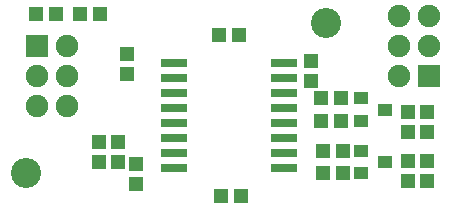
<source format=gbr>
G04 DipTrace 2.4.0.2*
%INTopMask.gbr*%
%MOIN*%
%ADD25C,0.1004*%
%ADD30R,0.0867X0.0316*%
%ADD32C,0.0749*%
%ADD34R,0.0749X0.0749*%
%ADD36R,0.0474X0.0415*%
%ADD38R,0.0513X0.0474*%
%ADD40R,0.0474X0.0513*%
%FSLAX44Y44*%
G04*
G70*
G90*
G75*
G01*
%LNTopMask*%
%LPD*%
D40*
X18754Y4940D3*
Y5609D3*
Y6565D3*
Y7235D3*
X14879Y8941D3*
Y8271D3*
X9066Y5503D3*
Y4833D3*
D38*
X7190Y10503D3*
X7860D3*
D36*
X16566Y5940D3*
Y5192D3*
X17347Y5566D3*
X16566Y7690D3*
Y6942D3*
X17347Y7316D3*
D34*
X5753Y9441D3*
D32*
X6753D3*
X5753Y8441D3*
X6753D3*
X5753Y7441D3*
X6753D3*
D34*
X18817Y8440D3*
D32*
X17817D3*
X18817Y9440D3*
X17817D3*
X18817Y10440D3*
X17817D3*
D40*
X8440Y5583D3*
Y6253D3*
D38*
X11878Y4440D3*
X12548D3*
D40*
X8753Y8503D3*
Y9172D3*
D38*
X11816Y9816D3*
X12485D3*
X15879Y6940D3*
X15209D3*
D40*
X18129Y4940D3*
Y5609D3*
Y6565D3*
Y7235D3*
D38*
X15879Y7690D3*
X15209D3*
X15941Y5940D3*
X15272D3*
X15941Y5190D3*
X15272D3*
D40*
X7815Y5565D3*
Y6234D3*
D38*
X6378Y10503D3*
X5708D3*
D30*
X10316Y8878D3*
Y8378D3*
Y7878D3*
Y7378D3*
Y6878D3*
Y6378D3*
Y5878D3*
Y5378D3*
X13977D3*
Y5878D3*
Y6378D3*
Y6878D3*
Y7378D3*
Y7878D3*
Y8378D3*
Y8878D3*
D25*
X5378Y5190D3*
X15381Y10195D3*
M02*

</source>
